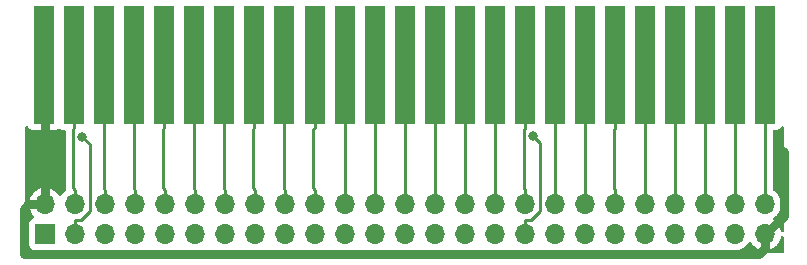
<source format=gbr>
%TF.GenerationSoftware,KiCad,Pcbnew,(6.0.0)*%
%TF.CreationDate,2022-11-25T01:18:30+00:00*%
%TF.ProjectId,CPC464-2MINI-EDGE,43504334-3634-42d3-924d-494e492d4544,rev?*%
%TF.SameCoordinates,Original*%
%TF.FileFunction,Copper,L2,Bot*%
%TF.FilePolarity,Positive*%
%FSLAX46Y46*%
G04 Gerber Fmt 4.6, Leading zero omitted, Abs format (unit mm)*
G04 Created by KiCad (PCBNEW (6.0.0)) date 2022-11-25 01:18:30*
%MOMM*%
%LPD*%
G01*
G04 APERTURE LIST*
%TA.AperFunction,ComponentPad*%
%ADD10R,1.700000X1.700000*%
%TD*%
%TA.AperFunction,ComponentPad*%
%ADD11O,1.700000X1.700000*%
%TD*%
%TA.AperFunction,ConnectorPad*%
%ADD12R,1.800000X10.000000*%
%TD*%
%TA.AperFunction,ViaPad*%
%ADD13C,0.800000*%
%TD*%
%TA.AperFunction,Conductor*%
%ADD14C,0.762000*%
%TD*%
%TA.AperFunction,Conductor*%
%ADD15C,0.250000*%
%TD*%
G04 APERTURE END LIST*
D10*
%TO.P,PL2,1,Pin_1*%
%TO.N,SOUND*%
X192384600Y-62743000D03*
D11*
%TO.P,PL2,2,Pin_2*%
%TO.N,GND*%
X192384600Y-60203000D03*
%TO.P,PL2,3,Pin_3*%
%TO.N,/A15*%
X194924600Y-62743000D03*
%TO.P,PL2,4,Pin_4*%
%TO.N,/A14*%
X194924600Y-60203000D03*
%TO.P,PL2,5,Pin_5*%
%TO.N,/A13*%
X197464600Y-62743000D03*
%TO.P,PL2,6,Pin_6*%
%TO.N,/A12*%
X197464600Y-60203000D03*
%TO.P,PL2,7,Pin_7*%
%TO.N,/A11*%
X200004600Y-62743000D03*
%TO.P,PL2,8,Pin_8*%
%TO.N,/A10*%
X200004600Y-60203000D03*
%TO.P,PL2,9,Pin_9*%
%TO.N,/A9*%
X202544600Y-62743000D03*
%TO.P,PL2,10,Pin_10*%
%TO.N,/A8*%
X202544600Y-60203000D03*
%TO.P,PL2,11,Pin_11*%
%TO.N,/A7*%
X205084600Y-62743000D03*
%TO.P,PL2,12,Pin_12*%
%TO.N,/A6*%
X205084600Y-60203000D03*
%TO.P,PL2,13,Pin_13*%
%TO.N,/A5*%
X207624600Y-62743000D03*
%TO.P,PL2,14,Pin_14*%
%TO.N,/A4*%
X207624600Y-60203000D03*
%TO.P,PL2,15,Pin_15*%
%TO.N,/A3*%
X210164600Y-62743000D03*
%TO.P,PL2,16,Pin_16*%
%TO.N,/A2*%
X210164600Y-60203000D03*
%TO.P,PL2,17,Pin_17*%
%TO.N,/A1*%
X212704600Y-62743000D03*
%TO.P,PL2,18,Pin_18*%
%TO.N,/A0*%
X212704600Y-60203000D03*
%TO.P,PL2,19,Pin_19*%
%TO.N,/D7*%
X215244600Y-62743000D03*
%TO.P,PL2,20,Pin_20*%
%TO.N,/D6*%
X215244600Y-60203000D03*
%TO.P,PL2,21,Pin_21*%
%TO.N,/D5*%
X217784600Y-62743000D03*
%TO.P,PL2,22,Pin_22*%
%TO.N,/D4*%
X217784600Y-60203000D03*
%TO.P,PL2,23,Pin_23*%
%TO.N,/D3*%
X220324600Y-62743000D03*
%TO.P,PL2,24,Pin_24*%
%TO.N,/D2*%
X220324600Y-60203000D03*
%TO.P,PL2,25,Pin_25*%
%TO.N,/D1*%
X222864600Y-62743000D03*
%TO.P,PL2,26,Pin_26*%
%TO.N,/D0*%
X222864600Y-60203000D03*
%TO.P,PL2,27,Pin_27*%
%TO.N,+5V*%
X225404600Y-62743000D03*
%TO.P,PL2,28,Pin_28*%
%TO.N,MREQ*%
X225404600Y-60203000D03*
%TO.P,PL2,29,Pin_29*%
%TO.N,M1*%
X227944600Y-62743000D03*
%TO.P,PL2,30,Pin_30*%
%TO.N,RFSH*%
X227944600Y-60203000D03*
%TO.P,PL2,31,Pin_31*%
%TO.N,IORQ*%
X230484600Y-62743000D03*
%TO.P,PL2,32,Pin_32*%
%TO.N,RD*%
X230484600Y-60203000D03*
%TO.P,PL2,33,Pin_33*%
%TO.N,WR*%
X233024600Y-62743000D03*
%TO.P,PL2,34,Pin_34*%
%TO.N,HALT*%
X233024600Y-60203000D03*
%TO.P,PL2,35,Pin_35*%
%TO.N,INT*%
X235564600Y-62743000D03*
%TO.P,PL2,36,Pin_36*%
%TO.N,NMI*%
X235564600Y-60203000D03*
%TO.P,PL2,37,Pin_37*%
%TO.N,BUSRQ*%
X238104600Y-62743000D03*
%TO.P,PL2,38,Pin_38*%
%TO.N,BUSAK*%
X238104600Y-60203000D03*
%TO.P,PL2,39,Pin_39*%
%TO.N,READY*%
X240644600Y-62743000D03*
%TO.P,PL2,40,Pin_40*%
%TO.N,BUS*%
X240644600Y-60203000D03*
%TO.P,PL2,41,Pin_41*%
%TO.N,RESET*%
X243184600Y-62743000D03*
%TO.P,PL2,42,Pin_42*%
%TO.N,ROMEN*%
X243184600Y-60203000D03*
%TO.P,PL2,43,Pin_43*%
%TO.N,ROMDIS*%
X245724600Y-62743000D03*
%TO.P,PL2,44,Pin_44*%
%TO.N,RAMRD*%
X245724600Y-60203000D03*
%TO.P,PL2,45,Pin_45*%
%TO.N,RAMDIS*%
X248264600Y-62743000D03*
%TO.P,PL2,46,Pin_46*%
%TO.N,CURSOR*%
X248264600Y-60203000D03*
%TO.P,PL2,47,Pin_47*%
%TO.N,LPEN*%
X250804600Y-62743000D03*
%TO.P,PL2,48,Pin_48*%
%TO.N,EXP*%
X250804600Y-60203000D03*
%TO.P,PL2,49,Pin_49*%
%TO.N,GND*%
X253344600Y-62743000D03*
%TO.P,PL2,50,Pin_50*%
%TO.N,A100*%
X253344600Y-60203000D03*
%TD*%
D12*
%TO.P,PL3,2,Pin_2*%
%TO.N,GND*%
X192296200Y-48412400D03*
%TO.P,PL3,4,Pin_4*%
%TO.N,/A14*%
X194840568Y-48412400D03*
%TO.P,PL3,6,Pin_6*%
%TO.N,/A12*%
X197384937Y-48412400D03*
%TO.P,PL3,8,Pin_8*%
%TO.N,/A10*%
X199929305Y-48412400D03*
%TO.P,PL3,10,Pin_10*%
%TO.N,/A8*%
X202473674Y-48412400D03*
%TO.P,PL3,12,Pin_12*%
%TO.N,/A6*%
X205018042Y-48412400D03*
%TO.P,PL3,14,Pin_14*%
%TO.N,/A4*%
X207562411Y-48412400D03*
%TO.P,PL3,16,Pin_16*%
%TO.N,/A2*%
X210106779Y-48412400D03*
%TO.P,PL3,18,Pin_18*%
%TO.N,/A0*%
X212651147Y-48412400D03*
%TO.P,PL3,20,Pin_20*%
%TO.N,/D6*%
X215195516Y-48412400D03*
%TO.P,PL3,22,Pin_22*%
%TO.N,/D4*%
X217739884Y-48412400D03*
%TO.P,PL3,24,Pin_24*%
%TO.N,/D2*%
X220284253Y-48412400D03*
%TO.P,PL3,26,Pin_26*%
%TO.N,/D0*%
X222828621Y-48412400D03*
%TO.P,PL3,28,Pin_28*%
%TO.N,MREQ*%
X225372989Y-48412400D03*
%TO.P,PL3,30,Pin_30*%
%TO.N,RFSH*%
X227917358Y-48412400D03*
%TO.P,PL3,32,Pin_32*%
%TO.N,RD*%
X230461726Y-48412400D03*
%TO.P,PL3,34,Pin_34*%
%TO.N,HALT*%
X233006095Y-48412400D03*
%TO.P,PL3,36,Pin_36*%
%TO.N,NMI*%
X235550463Y-48412400D03*
%TO.P,PL3,38,Pin_38*%
%TO.N,BUSAK*%
X238094832Y-48412400D03*
%TO.P,PL3,40,Pin_40*%
%TO.N,BUS*%
X240639200Y-48412400D03*
%TO.P,PL3,42,Pin_42*%
%TO.N,ROMEN*%
X243183568Y-48412400D03*
%TO.P,PL3,44,Pin_44*%
%TO.N,RAMRD*%
X245727200Y-48412400D03*
%TO.P,PL3,46,Pin_46*%
%TO.N,CURSOR*%
X248277200Y-48412400D03*
%TO.P,PL3,48,Pin_48*%
%TO.N,EXP*%
X250817200Y-48412400D03*
%TO.P,PL3,50,Pin_50*%
%TO.N,A100*%
X253357200Y-48412400D03*
%TD*%
D13*
%TO.N,GND*%
X254914000Y-55829200D03*
%TO.N,/A15*%
X195539900Y-54487200D03*
%TO.N,WR*%
X233672600Y-54454400D03*
%TD*%
D14*
%TO.N,GND*%
X192385000Y-48500800D02*
X192340500Y-48456600D01*
X192385000Y-60203000D02*
X192385000Y-48500800D01*
X254914000Y-61173200D02*
X253345000Y-62743000D01*
X254914000Y-55829200D02*
X254914000Y-61173200D01*
X190576000Y-64439800D02*
X190576000Y-60579000D01*
D15*
X192340400Y-48456600D02*
X192296200Y-48412400D01*
D14*
X252850000Y-64439800D02*
X190576000Y-64439800D01*
X192384600Y-60203000D02*
X192385000Y-60203000D01*
D15*
X192340500Y-48456600D02*
X192340400Y-48456600D01*
D14*
X190952000Y-60203000D02*
X192384600Y-60203000D01*
X253345000Y-62743000D02*
X253345000Y-63945100D01*
D15*
X253344600Y-62743000D02*
X253345000Y-62743000D01*
D14*
X190576000Y-60579000D02*
X190952000Y-60203000D01*
X253345000Y-63945100D02*
X252850000Y-64439800D01*
X192340500Y-48456600D02*
X192296000Y-48412400D01*
D15*
%TO.N,/A15*%
X196150100Y-60751700D02*
X196150100Y-55097400D01*
X196150100Y-55097400D02*
X195539900Y-54487200D01*
X194924600Y-62743000D02*
X194924600Y-61517500D01*
X195384300Y-61517500D02*
X196150100Y-60751700D01*
X194924600Y-61517500D02*
X195384300Y-61517500D01*
%TO.N,/A14*%
X194764400Y-53864100D02*
X194764400Y-58817300D01*
X194764400Y-58817300D02*
X194924600Y-58977500D01*
X194840600Y-53787900D02*
X194764400Y-53864100D01*
X194840600Y-48412400D02*
X194840600Y-53787900D01*
X194924600Y-60203000D02*
X194924600Y-58977500D01*
%TO.N,/A12*%
X197384900Y-58897800D02*
X197464600Y-58977500D01*
X197464600Y-60203000D02*
X197464600Y-58977500D01*
X197384900Y-48412400D02*
X197384900Y-58897800D01*
%TO.N,/A10*%
X200004600Y-60203000D02*
X200004600Y-58977500D01*
X199929300Y-48412400D02*
X199929300Y-58902200D01*
X199929300Y-58902200D02*
X200004600Y-58977500D01*
%TO.N,/A8*%
X202390900Y-53870700D02*
X202390900Y-58823800D01*
X202473700Y-53787900D02*
X202390900Y-53870700D01*
X202473700Y-48412400D02*
X202473700Y-53787900D01*
X202390900Y-58823800D02*
X202544600Y-58977500D01*
X202544600Y-60203000D02*
X202544600Y-58977500D01*
%TO.N,/A6*%
X205084600Y-60203000D02*
X205084600Y-58977500D01*
X205018000Y-58910900D02*
X205084600Y-58977500D01*
X205018000Y-48412400D02*
X205018000Y-58910900D01*
%TO.N,/A4*%
X207624600Y-60203000D02*
X207624600Y-58977500D01*
X207562400Y-48412400D02*
X207562400Y-58915300D01*
X207562400Y-58915300D02*
X207624600Y-58977500D01*
%TO.N,/A2*%
X210164600Y-60203000D02*
X210164600Y-58977500D01*
X210106800Y-48412400D02*
X210106800Y-53787900D01*
X210106800Y-53787900D02*
X210017500Y-53877200D01*
X210017500Y-58830400D02*
X210164600Y-58977500D01*
X210017500Y-53877200D02*
X210017500Y-58830400D01*
%TO.N,/A0*%
X212651100Y-58924000D02*
X212704600Y-58977500D01*
X212651100Y-48412400D02*
X212651100Y-58924000D01*
X212704600Y-60203000D02*
X212704600Y-58977500D01*
%TO.N,/D6*%
X215195500Y-53787900D02*
X215101800Y-53881600D01*
X215101800Y-58834700D02*
X215244600Y-58977500D01*
X215195500Y-48412400D02*
X215195500Y-53787900D01*
X215101800Y-53881600D02*
X215101800Y-58834700D01*
X215244600Y-60203000D02*
X215244600Y-58977500D01*
%TO.N,/D4*%
X217739900Y-48412400D02*
X217739900Y-58932800D01*
X217739900Y-58932800D02*
X217784600Y-58977500D01*
X217784600Y-60203000D02*
X217784600Y-58977500D01*
%TO.N,/D2*%
X220324600Y-53828200D02*
X220324600Y-60203000D01*
X220284300Y-48412400D02*
X220284300Y-53787900D01*
X220284300Y-53787900D02*
X220324600Y-53828200D01*
%TO.N,/D0*%
X222828600Y-48412400D02*
X222828600Y-53787900D01*
X222828600Y-53787900D02*
X222864600Y-53823900D01*
X222864600Y-53823900D02*
X222864600Y-60203000D01*
%TO.N,MREQ*%
X225373000Y-48412400D02*
X225373000Y-58945900D01*
X225373000Y-58945900D02*
X225404600Y-58977500D01*
X225404600Y-60203000D02*
X225404600Y-58977500D01*
%TO.N,RFSH*%
X227917400Y-58950300D02*
X227944600Y-58977500D01*
X227917400Y-48412400D02*
X227917400Y-58950300D01*
X227944600Y-60203000D02*
X227944600Y-58977500D01*
%TO.N,RD*%
X230484600Y-53810800D02*
X230484600Y-60203000D01*
X230461700Y-53787900D02*
X230484600Y-53810800D01*
X230461700Y-48412400D02*
X230461700Y-53787900D01*
%TO.N,WR*%
X233484300Y-61517500D02*
X234250100Y-60751700D01*
X234250100Y-55031900D02*
X233672600Y-54454400D01*
X233024600Y-62743000D02*
X233024600Y-61517500D01*
X234250100Y-60751700D02*
X234250100Y-55031900D01*
X233024600Y-61517500D02*
X233484300Y-61517500D01*
%TO.N,HALT*%
X233006100Y-53787900D02*
X232897100Y-53896900D01*
X232897100Y-58850000D02*
X233024600Y-58977500D01*
X233024600Y-60203000D02*
X233024600Y-58977500D01*
X232897100Y-53896900D02*
X232897100Y-58850000D01*
X233006100Y-48412400D02*
X233006100Y-53787900D01*
%TO.N,NMI*%
X235550500Y-53787900D02*
X235564600Y-53802000D01*
X235550500Y-48412400D02*
X235550500Y-53787900D01*
X235564600Y-53802000D02*
X235564600Y-60203000D01*
%TO.N,BUSAK*%
X238094800Y-48412400D02*
X238094800Y-53787900D01*
X238104600Y-53797700D02*
X238104600Y-60203000D01*
X238094800Y-53787900D02*
X238104600Y-53797700D01*
%TO.N,BUS*%
X240523700Y-53903400D02*
X240523700Y-58856600D01*
X240639200Y-53787900D02*
X240523700Y-53903400D01*
X240639200Y-48412400D02*
X240639200Y-53787900D01*
X240523700Y-58856600D02*
X240644600Y-58977500D01*
X240644600Y-60203000D02*
X240644600Y-58977500D01*
%TO.N,ROMEN*%
X243183600Y-48412400D02*
X243183600Y-53787900D01*
X243184600Y-53788900D02*
X243184600Y-60203000D01*
X243183600Y-53787900D02*
X243184600Y-53788900D01*
%TO.N,RAMRD*%
X245727200Y-48412400D02*
X245727200Y-58974900D01*
X245727200Y-58974900D02*
X245724600Y-58977500D01*
X245724600Y-60203000D02*
X245724600Y-58977500D01*
%TO.N,CURSOR*%
X248277200Y-48412400D02*
X248277200Y-53787900D01*
X248264600Y-53800500D02*
X248264600Y-60203000D01*
X248277200Y-53787900D02*
X248264600Y-53800500D01*
%TO.N,EXP*%
X250804600Y-60203000D02*
X250804600Y-58977500D01*
X250817200Y-58964900D02*
X250804600Y-58977500D01*
X250817200Y-48412400D02*
X250817200Y-58964900D01*
%TO.N,A100*%
X253357200Y-53787900D02*
X253344600Y-53800500D01*
X253357200Y-48412400D02*
X253357200Y-53787900D01*
X253344600Y-53800500D02*
X253344600Y-60203000D01*
%TD*%
%TA.AperFunction,Conductor*%
%TO.N,GND*%
G36*
X192492321Y-48178402D02*
G01*
X192538814Y-48232058D01*
X192550200Y-48284400D01*
X192550200Y-53902284D01*
X192554675Y-53917523D01*
X192556065Y-53918728D01*
X192563748Y-53920399D01*
X193240869Y-53920399D01*
X193247690Y-53920029D01*
X193298552Y-53914505D01*
X193313804Y-53910879D01*
X193434254Y-53865724D01*
X193449849Y-53857186D01*
X193492402Y-53825294D01*
X193558908Y-53800446D01*
X193628291Y-53815499D01*
X193643532Y-53825294D01*
X193693863Y-53863015D01*
X193830252Y-53914145D01*
X193892434Y-53920900D01*
X194004900Y-53920900D01*
X194073021Y-53940902D01*
X194119514Y-53994558D01*
X194130900Y-54046900D01*
X194130900Y-58738533D01*
X194130373Y-58749716D01*
X194128698Y-58757209D01*
X194128947Y-58765135D01*
X194128947Y-58765136D01*
X194130838Y-58825286D01*
X194130900Y-58829245D01*
X194130900Y-58857156D01*
X194131397Y-58861090D01*
X194131397Y-58861091D01*
X194131405Y-58861156D01*
X194132338Y-58872993D01*
X194133727Y-58917189D01*
X194139176Y-58935945D01*
X194139378Y-58936639D01*
X194143387Y-58956000D01*
X194144844Y-58967529D01*
X194145926Y-58976097D01*
X194148844Y-58983467D01*
X194150101Y-58988363D01*
X194147667Y-59059317D01*
X194103712Y-59120456D01*
X194019565Y-59183635D01*
X193865229Y-59345138D01*
X193862320Y-59349403D01*
X193862314Y-59349411D01*
X193850004Y-59367457D01*
X193757804Y-59502618D01*
X193757498Y-59503066D01*
X193702587Y-59548069D01*
X193632062Y-59556240D01*
X193568315Y-59524986D01*
X193547618Y-59500502D01*
X193467026Y-59375926D01*
X193460736Y-59367757D01*
X193317406Y-59210240D01*
X193309873Y-59203215D01*
X193142739Y-59071222D01*
X193134152Y-59065517D01*
X192947717Y-58962599D01*
X192938305Y-58958369D01*
X192737559Y-58887280D01*
X192727588Y-58884646D01*
X192656437Y-58871972D01*
X192643140Y-58873432D01*
X192638600Y-58887989D01*
X192638600Y-60331000D01*
X192618598Y-60399121D01*
X192564942Y-60445614D01*
X192512600Y-60457000D01*
X191067825Y-60457000D01*
X191054294Y-60460973D01*
X191052857Y-60470966D01*
X191083165Y-60605446D01*
X191086245Y-60615275D01*
X191166370Y-60812603D01*
X191171013Y-60821794D01*
X191282294Y-61003388D01*
X191288377Y-61011699D01*
X191427813Y-61172667D01*
X191435177Y-61179879D01*
X191440122Y-61183985D01*
X191479756Y-61242889D01*
X191481253Y-61313870D01*
X191444137Y-61374392D01*
X191403864Y-61398910D01*
X191296305Y-61439232D01*
X191296304Y-61439233D01*
X191287895Y-61442385D01*
X191171339Y-61529739D01*
X191083985Y-61646295D01*
X191032855Y-61782684D01*
X191026100Y-61844866D01*
X191026100Y-63641134D01*
X191032855Y-63703316D01*
X191083985Y-63839705D01*
X191171339Y-63956261D01*
X191287895Y-64043615D01*
X191296304Y-64046767D01*
X191296305Y-64046768D01*
X191355123Y-64068818D01*
X191411888Y-64111459D01*
X191436588Y-64178021D01*
X191421381Y-64247370D01*
X191371095Y-64297488D01*
X191310894Y-64312800D01*
X190829200Y-64312800D01*
X190761079Y-64292798D01*
X190714586Y-64239142D01*
X190703200Y-64186800D01*
X190703200Y-59937183D01*
X191048989Y-59937183D01*
X191050512Y-59945607D01*
X191062892Y-59949000D01*
X192112485Y-59949000D01*
X192127724Y-59944525D01*
X192128929Y-59943135D01*
X192130600Y-59935452D01*
X192130600Y-58886102D01*
X192126682Y-58872758D01*
X192112406Y-58870771D01*
X192073924Y-58876660D01*
X192063888Y-58879051D01*
X191861468Y-58945212D01*
X191851959Y-58949209D01*
X191663063Y-59047542D01*
X191654338Y-59053036D01*
X191484033Y-59180905D01*
X191476326Y-59187748D01*
X191329190Y-59341717D01*
X191322704Y-59349727D01*
X191202698Y-59525649D01*
X191197600Y-59534623D01*
X191107938Y-59727783D01*
X191104375Y-59737470D01*
X191048989Y-59937183D01*
X190703200Y-59937183D01*
X190703200Y-53705200D01*
X190723202Y-53637079D01*
X190776858Y-53590586D01*
X190847132Y-53580482D01*
X190911712Y-53609976D01*
X190939719Y-53644690D01*
X190951410Y-53666043D01*
X191027915Y-53768124D01*
X191040476Y-53780685D01*
X191142551Y-53857186D01*
X191158146Y-53865724D01*
X191278594Y-53910878D01*
X191293849Y-53914505D01*
X191344714Y-53920031D01*
X191351528Y-53920400D01*
X192024085Y-53920400D01*
X192039324Y-53915925D01*
X192040529Y-53914535D01*
X192042200Y-53906852D01*
X192042200Y-48284400D01*
X192062202Y-48216279D01*
X192115858Y-48169786D01*
X192168200Y-48158400D01*
X192424200Y-48158400D01*
X192492321Y-48178402D01*
G37*
%TD.AperFunction*%
%TA.AperFunction,Conductor*%
G36*
X252156938Y-63417678D02*
G01*
X252184766Y-63449511D01*
X252242294Y-63543388D01*
X252248377Y-63551699D01*
X252387813Y-63712667D01*
X252395180Y-63719883D01*
X252559034Y-63855916D01*
X252567481Y-63861831D01*
X252751356Y-63969279D01*
X252760642Y-63973729D01*
X252959601Y-64049703D01*
X252969499Y-64052579D01*
X253022338Y-64063329D01*
X253085104Y-64096511D01*
X253119966Y-64158359D01*
X253115857Y-64229236D01*
X253074081Y-64286641D01*
X253007901Y-64312346D01*
X252997218Y-64312800D01*
X251158402Y-64312800D01*
X251090281Y-64292798D01*
X251043788Y-64239142D01*
X251033684Y-64168868D01*
X251063178Y-64104288D01*
X251122194Y-64066114D01*
X251297029Y-64013661D01*
X251297034Y-64013659D01*
X251301984Y-64012174D01*
X251502594Y-63913896D01*
X251684460Y-63784173D01*
X251842696Y-63626489D01*
X251973053Y-63445077D01*
X251974240Y-63445930D01*
X252021560Y-63402362D01*
X252091497Y-63390145D01*
X252156938Y-63417678D01*
G37*
%TD.AperFunction*%
%TA.AperFunction,Conductor*%
G36*
X254900236Y-62928843D02*
G01*
X254930495Y-62993068D01*
X254932000Y-63012483D01*
X254932000Y-64186800D01*
X254911998Y-64254921D01*
X254858342Y-64301414D01*
X254806000Y-64312800D01*
X253696662Y-64312800D01*
X253628541Y-64292798D01*
X253582048Y-64239142D01*
X253571944Y-64168868D01*
X253601438Y-64104288D01*
X253660454Y-64066114D01*
X253836855Y-64013191D01*
X253846442Y-64009433D01*
X254037695Y-63915739D01*
X254046545Y-63910464D01*
X254219928Y-63786792D01*
X254227800Y-63780139D01*
X254378652Y-63629812D01*
X254385330Y-63621965D01*
X254509603Y-63449020D01*
X254514913Y-63440183D01*
X254609270Y-63249267D01*
X254613069Y-63239672D01*
X254674976Y-63035915D01*
X254677155Y-63025834D01*
X254681078Y-62996037D01*
X254709800Y-62931110D01*
X254769065Y-62892018D01*
X254840057Y-62891173D01*
X254900236Y-62928843D01*
G37*
%TD.AperFunction*%
%TA.AperFunction,Conductor*%
G36*
X254900236Y-60392673D02*
G01*
X254930495Y-60456899D01*
X254932000Y-60476313D01*
X254932000Y-62469201D01*
X254911998Y-62537322D01*
X254858342Y-62583815D01*
X254788068Y-62593919D01*
X254723488Y-62564425D01*
X254683796Y-62499897D01*
X254635814Y-62308875D01*
X254632494Y-62299124D01*
X254547572Y-62103814D01*
X254542705Y-62094739D01*
X254427026Y-61915926D01*
X254420736Y-61907757D01*
X254277406Y-61750240D01*
X254269873Y-61743215D01*
X254102739Y-61611222D01*
X254094156Y-61605520D01*
X254057202Y-61585120D01*
X254007231Y-61534687D01*
X253992459Y-61465245D01*
X254017575Y-61398839D01*
X254044927Y-61372232D01*
X254068910Y-61355125D01*
X254224460Y-61244173D01*
X254240921Y-61227770D01*
X254379035Y-61090137D01*
X254382696Y-61086489D01*
X254513053Y-60905077D01*
X254526595Y-60877678D01*
X254609736Y-60709453D01*
X254609737Y-60709451D01*
X254612030Y-60704811D01*
X254676970Y-60491069D01*
X254681078Y-60459867D01*
X254709801Y-60394939D01*
X254769066Y-60355848D01*
X254840057Y-60355003D01*
X254900236Y-60392673D01*
G37*
%TD.AperFunction*%
%TA.AperFunction,Conductor*%
G36*
X254895145Y-53649148D02*
G01*
X254929135Y-53711479D01*
X254932000Y-53738194D01*
X254932000Y-59927148D01*
X254911998Y-59995269D01*
X254858342Y-60041762D01*
X254788068Y-60051866D01*
X254723488Y-60022372D01*
X254683796Y-59957843D01*
X254636292Y-59768723D01*
X254635031Y-59763702D01*
X254545954Y-59558840D01*
X254424614Y-59371277D01*
X254274270Y-59206051D01*
X254270219Y-59202852D01*
X254270215Y-59202848D01*
X254103014Y-59070800D01*
X254103010Y-59070798D01*
X254098959Y-59067598D01*
X254094435Y-59065101D01*
X254094431Y-59065098D01*
X254043208Y-59036822D01*
X253993236Y-58986390D01*
X253978100Y-58926513D01*
X253978100Y-54046900D01*
X253998102Y-53978779D01*
X254051758Y-53932286D01*
X254104100Y-53920900D01*
X254305334Y-53920900D01*
X254367516Y-53914145D01*
X254503905Y-53863015D01*
X254620461Y-53775661D01*
X254705174Y-53662629D01*
X254762033Y-53620114D01*
X254832852Y-53615088D01*
X254895145Y-53649148D01*
G37*
%TD.AperFunction*%
%TD*%
M02*

</source>
